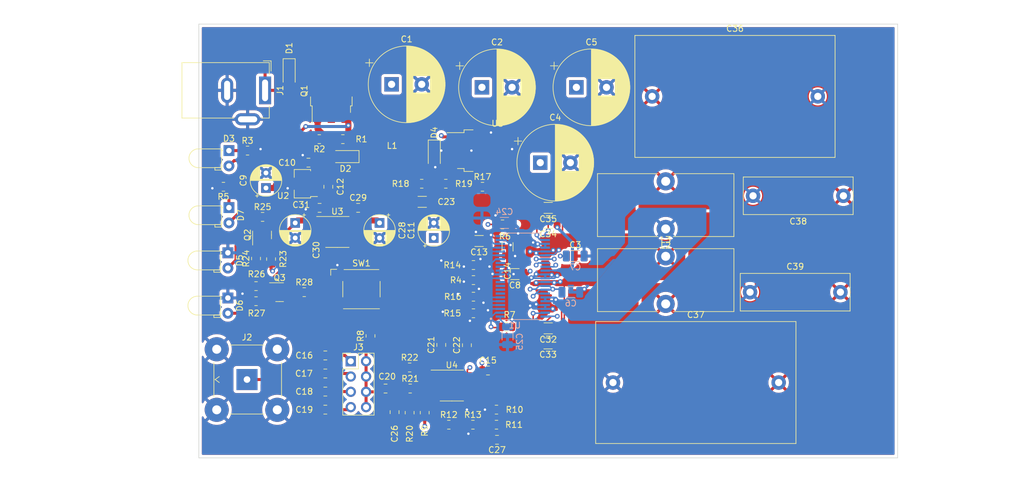
<source format=kicad_pcb>
(kicad_pcb (version 20211014) (generator pcbnew)
  (layers (0 "F.Cu" signal) (1 "In1.Cu" signal) (2 "In2.Cu" signal) (31 "B.Cu" signal) (34 "B.Paste" user) (35 "F.Paste" user) (36 "B.SilkS" user "B.Silkscreen") (37 "F.SilkS" user "F.Silkscreen") (38 "B.Mask" user) (39 "F.Mask" user) (44 "Edge.Cuts" user))
  (net 0 "")
  (net 1 "GND")
  (net 2 "+48V")
  (net 3 "Net-(D2-Pad2)")
  (net 4 "Net-(D3-Pad1)")
  (net 6 "Net-(D4-Pad1)")
  (net 7 "+12V")
  (net 8 "Net-(D7-Pad1)")
  (net 9 "Input")
  (net 10 "Net-(C16-Pad2)")
  (net 11 "Net-(C17-Pad2)")
  (net 12 "Net-(C18-Pad2)")
  (net 13 "Net-(C19-Pad2)")
  (net 14 "Net-(C20-Pad1)")
  (net 15 "Net-(C20-Pad2)")
  (net 16 "Net-(C21-Pad1)")
  (net 17 "FiltInA")
  (net 18 "Net-(C22-Pad1)")
  (net 19 "FiltInB")
  (net 20 "Net-(R10-Pad2)")
  (net 21 "Net-(R12-Pad2)")
  (net 22 "+15V")
  (net 23 "Net-(C23-Pad2)")
  (net 24 "Net-(U1-Pad16)")
  (net 25 "Net-(U1-Pad17)")
  (net 26 "Net-(U1-Pad3)")
  (net 27 "DVDD")
  (net 28 "Net-(U1-Pad4)")
  (net 29 "Net-(R17-Pad1)")
  (net 30 "OC_ADJ")
  (net 31 "Freq_Adj")
  (net 32 "OSC_IOM")
  (net 33 "OSC_IOP")
  (net 34 "C_START")
  (net 35 "RST_")
  (net 36 "Fault")
  (net 37 "CLIP_OTW")
  (net 38 "BST_D")
  (net 39 "BST_C")
  (net 40 "BST_B")
  (net 41 "BST_A")
  (net 42 "VBG")
  (net 43 "GVDD_CD")
  (net 44 "GVDD_AB")
  (net 45 "Net-(U4-Pad3)")
  (net 46 "Net-(U4-Pad2)")
  (net 47 "Net-(D5-Pad2)")
  (net 48 "Net-(Q2-Pad1)")
  (net 49 "+3V3")
  (net 52 "Net-(D6-Pad2)")
  (net 53 "Net-(Q3-Pad1)")
  (net 54 "OUTB")
  (net 55 "OUTC")
  (net 56 "Power_IN")
  (net 57 "Load1")
  (net 58 "Load2")
  (footprint "Package_SO:SOIC-8_3.9x4.9mm_P1.27mm" (layer "F.Cu") (at 95 78.5)
    (fp_text reference "U3")
    (fp_text value "L78L33_SO8")
  )
  (footprint "Capacitor_SMD:C_1206_3216Metric" (layer "F.Cu") (at 134.5 82.5)
    (fp_text reference "C3")
    (fp_text value "C")
  )
  (footprint "Resistor_SMD:R_0805_2012Metric" (layer "F.Cu") (at 100.5 95.76 90)
    (fp_text reference "R8")
    (fp_text value "10k")
  )
  (footprint "Resistor_SMD:R_0805_2012Metric" (layer "F.Cu") (at 80.0875 65)
    (fp_text reference "R3")
    (fp_text value "10k")
  )
  (footprint "Capacitor_SMD:C_0805_2012Metric" (layer "F.Cu") (at 93 105)
    (fp_text reference "C18")
    (fp_text value "1n")
  )
  (footprint "Capacitor_SMD:C_0805_2012Metric" (layer "F.Cu") (at 116.5 97.3 90)
    (fp_text reference "C22")
    (fp_text value "1u")
  )
  (footprint "Capacitor_THT:CP_Radial_D5.0mm_P2.50mm" (layer "F.Cu") (at 83.15 71.205113 90)
    (fp_text reference "C9")
    (fp_text value "20u")
  )
  (footprint "Capacitor_SMD:C_1206_3216Metric" (layer "F.Cu") (at 123.25 80.975 -90)
    (fp_text reference "C14")
    (fp_text value "100n")
  )
  (footprint "Capacitor_SMD:C_0805_2012Metric" (layer "F.Cu") (at 103 104.5)
    (fp_text reference "C20")
    (fp_text value "100n")
  )
  (footprint "Resistor_SMD:R_0805_2012Metric" (layer "F.Cu") (at 113 70.5)
    (fp_text reference "R19")
    (fp_text value "2.7k")
  )
  (footprint "Resistor_SMD:R_0805_2012Metric" (layer "F.Cu") (at 107 108.5 -90)
    (fp_text reference "R20")
    (fp_text value "10k")
  )
  (footprint "Capacitor_THT:CP_Radial_D5.0mm_P2.50mm" (layer "F.Cu") (at 111 79.5 90)
    (fp_text reference "C11")
    (fp_text value "20u")
  )
  (footprint "Resistor_SMD:R_0805_2012Metric" (layer "F.Cu") (at 84 83 90)
    (fp_text reference "R23")
    (fp_text value "47k")
  )
  (footprint "Capacitor_THT:C_Rect_L33.0mm_W20.0mm_P27.50mm_MKS4" (layer "F.Cu") (at 140.75 103.5)
    (fp_text reference "C37")
    (fp_text value "220n")
  )
  (footprint "Button_Switch_SMD:SW_SPST_Omron_B3FS-105xP" (layer "F.Cu") (at 99 88)
    (fp_text reference "SW1")
    (fp_text value "SW_Push_Dual")
  )
  (footprint "Capacitor_SMD:C_1206_3216Metric" (layer "F.Cu") (at 129.975 97 180)
    (fp_text reference "C33")
    (fp_text value "33n")
  )
  (footprint "Capacitor_THT:C_Rect_L18.0mm_W6.0mm_P15.00mm_FKS3_FKP3" (layer "F.Cu") (at 163.5 88.5)
    (fp_text reference "C39")
    (fp_text value "4.7n")
  )
  (footprint "Resistor_SMD:R_0805_2012Metric" (layer "F.Cu") (at 89.5 88.5)
    (fp_text reference "R28")
    (fp_text value "4.7k")
  )
  (footprint "Resistor_SMD:R_0805_2012Metric" (layer "F.Cu") (at 117.5875 84)
    (fp_text reference "R14")
    (fp_text value "0")
  )
  (footprint "Capacitor_SMD:C_0805_2012Metric" (layer "F.Cu") (at 92.05 74.5 180)
    (fp_text reference "C31")
    (fp_text value "100n")
  )
  (footprint "Resistor_SMD:R_0805_2012Metric" (layer "F.Cu") (at 113.5 110.5)
    (fp_text reference "R12")
    (fp_text value "10k")
  )
  (footprint "Capacitor_SMD:C_1206_3216Metric" (layer "F.Cu") (at 130 94.5 180)
    (fp_text reference "C32")
    (fp_text value "33n")
  )
  (footprint "Capacitor_SMD:C_0805_2012Metric" (layer "F.Cu") (at 93.5 71 90)
    (fp_text reference "C12")
    (fp_text value "100n")
  )
  (footprint "Resistor_SMD:R_0805_2012Metric" (layer "F.Cu") (at 121.4125 110.5)
    (fp_text reference "R11")
    (fp_text value "10k")
  )
  (footprint "Capacitor_SMD:C_1206_3216Metric" (layer "F.Cu") (at 109.0875 73.5)
    (fp_text reference "C23")
    (fp_text value "33n")
  )
  (footprint "Resistor_SMD:R_0805_2012Metric" (layer "F.Cu") (at 107.0875 104.5)
    (fp_text reference "R21")
    (fp_text value "10k")
  )
  (footprint "Capacitor_SMD:C_0805_2012Metric" (layer "F.Cu") (at 98.45 74.5)
    (fp_text reference "C29")
    (fp_text value "100n")
  )
  (footprint "Connector_PinHeader_2.54mm:PinHeader_2x04_P2.54mm_Vertical" (layer "F.Cu") (at 97.225 99.96)
    (fp_text reference "J3")
    (fp_text value "Conn_02x04_Odd_Even")
  )
  (footprint "Capacitor_THT:C_Rect_L18.0mm_W6.0mm_P15.00mm_FKS3_FKP3" (layer "F.Cu") (at 179 72.5 180)
    (fp_text reference "C38")
    (fp_text value "4.7n")
  )
  (footprint "Resistor_SMD:R_0805_2012Metric" (layer "F.Cu") (at 109.5 108.5 90)
    (fp_text reference "R9")
    (fp_text value "10k")
  )
  (footprint "Resistor_SMD:R_0805_2012Metric" (layer "F.Cu") (at 81.5 82.9125 90)
    (fp_text reference "R24")
    (fp_text value "1k")
  )
  (footprint "Connector_Coaxial:BNC_TEConnectivity_1478035_Horizontal" (layer "F.Cu") (at 80 103 90)
    (fp_text reference "J2")
    (fp_text value "Conn_Coaxial")
  )
  (footprint "Resistor_SMD:R_0805_2012Metric" (layer "F.Cu") (at 76.0875 71 180)
    (fp_text reference "R5")
    (fp_text value "1k")
  )
  (footprint "Resistor_SMD:R_0805_2012Metric" (layer "F.Cu") (at 122.4125 77.25)
    (fp_text reference "R6")
    (fp_text value "3.3")
  )
  (footprint "Capacitor_THT:C_Rect_L33.0mm_W20.0mm_P27.50mm_MKS4" (layer "F.Cu") (at 147.25 56)
    (fp_text reference "C36")
    (fp_text value "220n")
  )
  (footprint "Capacitor_SMD:C_0805_2012Metric" (layer "F.Cu") (at 120 101.5)
    (fp_text reference "C15")
    (fp_text value "100n")
  )
  (footprint "Capacitor_SMD:C_1206_3216Metric" (layer "F.Cu") (at 118.525 80 180)
    (fp_text reference "C13")
    (fp_text value "1u")
  )
  (footprint "Inductor_THT:L_Toroid_Vertical_L22.4mm_W10.2mm_P7.90mm_Vishay_TJ4" (layer "F.Cu") (at 149.5 82.55)
    (fp_text reference "L3")
    (fp_text value "10u")
  )
  (footprint "Capacitor_SMD:C_0805_2012Metric" (layer "F.Cu") (at 112.25 97.25 90)
    (fp_text reference "C21")
    (fp_text value "1u")
  )
  (footprint "Resistor_SMD:R_0805_2012Metric" (layer "F.Cu") (at 123.0875 94.25)
    (fp_text reference "R7")
    (fp_text value "3.3")
  )
  (footprint "Capacitor_THT:CP_Radial_D5.0mm_P2.50mm" (layer "F.Cu") (at 88 77 -90)
    (fp_text reference "C30")
    (fp_text value "20u")
  )
  (footprint "Capacitor_SMD:C_0805_2012Metric" (layer "F.Cu") (at 90.2 67 180)
    (fp_text reference "C10")
    (fp_text value "100n")
  )
  (footprint "Capacitor_THT:CP_Radial_D5.0mm_P2.50mm" (layer "F.Cu") (at 102 77 -90)
    (fp_text reference "C28")
    (fp_text value "20u")
  )
  (footprint "Capacitor_SMD:C_1206_3216Metric" (layer "F.Cu") (at 130 77 180)
    (fp_text reference "C34")
    (fp_text value "33n")
  )
  (footprint "Resistor_SMD:R_0805_2012Metric" (layer "F.Cu") (at 82.5875 76)
    (fp_text reference "R25")
    (fp_text value "4.7k")
  )
  (footprint "Diode_SMD:D_SOD-123" (layer "F.Cu") (at 87 52 -90)
    (fp_text reference "D1")
    (fp_text value "D_TVS")
  )
  (footprint "Capacitor_SMD:C_1206_3216Metric" (layer "F.Cu") (at 130 74.5 180)
    (fp_text reference "C35")
    (fp_text value "33n")
  )
  (footprint "Connector_BarrelJack:BarrelJack_GCT_DCJ200-10-A_Horizontal" (layer "F.Cu") (at 83 55 -90)
    (fp_text reference "J1")
    (fp_text value "Barrel_Jack_Switch")
  )
  (footprint "Resistor_SMD:R_0805_2012Metric" (layer "F.Cu") (at 107 101)
    (fp_text reference "R22")
    (fp_text value "10k")
  )
  (footprint "Capacitor_THT:CP_Radial_D12.5mm_P5.00mm" (layer "F.Cu") (at 128.676041 67)
    (fp_text reference "C4")
    (fp_text value "C_Polarized")
  )
  (footprint "Resistor_SMD:R_0805_2012Metric" (layer "F.Cu") (at 117.5875 92)
    (fp_text reference "R15")
    (fp_text value "0")
  )
  (footprint "Package_TO_SOT_SMD:SOT-23" (layer "F.Cu") (at 85.4125 88.5)
    (fp_text reference "Q3")
    (fp_text value "DMN10H220L")
  )
  (footprint "Resistor_SMD:R_0805_2012Metric" (layer "F.Cu") (at 119.0875 71)
    (fp_text reference "R17")
    (fp_text value "0")
  )
  (footprint "Package_SO:SO-8_3.9x4.9mm_P1.27mm" (layer "F.Cu") (at 114 104)
    (fp_text reference "U4")
    (fp_text value "NE5532")
  )
  (footprint "Resistor_SMD:R_0805_2012Metric" (layer "F.Cu") (at 117.5875 89.25)
    (fp_text reference "R16")
    (fp_text value "0")
  )
  (footprint "Diode_SMD:D_SOD-123" (layer "F.Cu") (at 111.0875 65.5 -90)
    (fp_text reference "D4")
    (fp_text value "D_Schottky")
  )
  (footprint "Capacitor_THT:CP_Radial_D12.5mm_P5.00mm" (layer "F.Cu") (at 134.676041 54.5)
    (fp_text reference "C5")
    (fp_text value "C_Polarized")
  )
  (footprint "Inductor_THT:L_Toroid_Vertical_L22.4mm_W10.2mm_P7.90mm_Vishay_TJ4" (layer "F.Cu") (at 149.5 78 180)
    (fp_text reference "L2")
    (fp_text value "10u")
  )
  (footprint "Capacitor_SMD:C_0805_2012Metric" (layer "F.Cu") (at 93 99)
    (fp_text reference "C16")
    (fp_text value "100n")
  )
  (footprint "LED_THT:LED_D3.0mm_Horizontal_O1.27mm_Z2.0mm" (layer "F.Cu") (at 77 65 -90)
    (fp_text reference "D3")
    (fp_text value "LED")
  )
  (footprint "Capacitor_SMD:C_0805_2012Metric" (layer "F.Cu") (at 121.5 113 180)
    (fp_text reference "C27")
    (fp_text value "100n")
  )
  (footprint "Eli_Lib:MWPY8040" (layer "F.Cu") (at 104.0875 65.2)
    (fp_text reference "L1")
    (fp_text value "100u")
  )
  (footprint "Resistor_SMD:R_0805_2012Metric" (layer "F.Cu") (at 92 63.1 180)
    (fp_text reference "R2")
    (fp_text value "10k")
  )
  (footprint "Capacitor_SMD:C_0805_2012Metric" (layer "F.Cu") (at 104.5 108.4125 90)
    (fp_text reference "C26")
    (fp_text value "100n")
  )
  (footprint "Resistor_SMD:R_0805_2012Metric" (layer "F.Cu") (at 117.5875 86.5)
    (fp_text reference "R4")
    (fp_text value "0")
  )
  (footprint "Resistor_SMD:R_0805_2012Metric" (layer "F.Cu") (at 121.4125 108)
    (fp_text reference "R10")
    (fp_text value "10k")
  )
  (footprint "LED_THT:LED_D3.0mm_Horizontal_O1.27mm_Z2.0mm" (layer "F.Cu") (at 76.825 89.46 -90)
    (fp_text reference "D6")
    (fp_text value "LED")
  )
  (footprint "Resistor_SMD:R_0805_2012Metric" (layer "F.Cu") (at 95.9125 63.1 180)
    (fp_text reference "R1")
    (fp_text value "10k")
  )
  (footprint "Package_TO_SOT_SMD:TO-252-5_TabPin6" (layer "F.Cu") (at 118.5 65)
    (fp_text reference "U5")
    (fp_text value "XL7015")
  )
  (footprint "Package_TO_SOT_SMD:TO-252-3_TabPin4" (layer "F.Cu") (at 94 55.1 90)
    (fp_text reference "Q1")
    (fp_text value "DMP4015SK3")
  )
  (footprint "Resistor_SMD:R_0805_2012Metric" (layer "F.Cu") (at 109 70.5)
    (fp_text reference "R18")
    (fp_text value "30k")
  )
  (footprint "Capacitor_SMD:C_0805_2012Metric" (layer "F.Cu") (at 93 108)
    (fp_text reference "C19")
    (fp_text value "100p")
  )
  (footprint "Resistor_SMD:R_0805_2012Metric" (layer "F.Cu") (at 81.5 87.5)
    (fp_text reference "R26")
    (fp_text value "47k")
  )
  (footprint "LED_THT:LED_D3.0mm_Horizontal_O1.27mm_Z2.0mm" (layer "F.Cu") (at 77 74.46 -90)
    (fp_text reference "D7")
    (fp_text value "LED")
  )
  (footprint "Package_TO_SOT_SMD:SOT-89-3" (layer "F.Cu") (at 89.5 70.5 180)
    (fp_text reference "U2")
    (fp_text value "L78L12_SOT89")
  )
  (footprint "Diode_SMD:D_SOD-123" (layer "F.Cu") (at 96.35 66 180)
    (fp_text reference "D2")
    (fp_text value "6.3V")
  )
  (footprint "Resistor_SMD:R_0805_2012Metric" (layer "F.Cu") (at 81.5 90)
    (fp_text reference "R27")
    (fp_text value "1k")
  )
  (footprint "Capacitor_THT:CP_Radial_D12.5mm_P5.00mm" (layer "F.Cu") (at 119 54.5)
    (fp_text reference "C2")
    (fp_text value "C_Polarized")
  )
  (footprint "Resistor_SMD:R_0805_2012Metric" (layer "F.Cu") (at 117.5 110.5)
    (fp_text reference "R13")
    (fp_text value "10k")
  )
  (footprint "Package_TO_SOT_SMD:SOT-23" (layer "F.Cu") (at 82.5 79 90)
    (fp_text reference "Q2")
    (fp_text value "DMN10H220L")
  )
  (footprint "LED_THT:LED_D3.0mm_Horizontal_O1.27mm_Z2.0mm" (layer "F.Cu") (at 76.825 81.96 -90)
    (fp_text reference "D5")
    (fp_text value "LED")
  )
  (footprint "Capacitor_SMD:C_1206_3216Metric" (layer "F.Cu") (at 124.475 85.5 180)
    (fp_text reference "C8")
    (fp_text value "C")
  )
  (footprint "Capacitor_SMD:C_0805_2012Metric" (layer "F.Cu") (at 93 102)
    (fp_text reference "C17")
    (fp_text value "10n")
  )
  (footprint "Capacitor_THT:CP_Radial_D12.5mm_P5.00mm" (layer "F.Cu") (at 104 54)
    (fp_text reference "C1")
    (fp_text value "C_Polarized")
  )
  (footprint "Capacitor_SMD:C_1206_3216Metric" (layer "B.Cu") (at 123.25 95.725 -90)
    (fp_text reference "C25")
    (fp_text value "100n")
  )
  (footprint "Capacitor_SMD:C_1206_3216Metric" (layer "B.Cu") (at 133.75 88.5)
    (fp_text reference "C6")
    (fp_text value "C")
  )
  (footprint "Capacitor_SMD:C_1206_3216Metric" (layer "B.Cu") (at 122.725 77 180)
    (fp_text reference "C24")
    (fp_text value "100n")
  )
  (footprint "Capacitor_SMD:C_1206_3216Metric" (layer "B.Cu") (at 134.475 82.5)
    (fp_text reference "C7")
    (fp_text value "C")
  )
  (footprint "Eli_Lib:SOP63P810X120-44N" (layer "B.Cu") (at 125.78 85.8725)
    (fp_text reference "U1")
    (fp_text value "TPA3255DDV")
  )
  (gr_line (start 72 44) (end 72 116) (layer "Edge.Cuts") (width 0.1))
  (gr_line (start 72 116) (end 188 116) (layer "Edge.Cuts") (width 0.1))
  (gr_line (start 188 116) (end 188 44) (layer "Edge.Cuts") (width 0.1))
  (gr_line (start 188 44) (end 72 44) (layer "Edge.Cuts") (width 0.1))
  (segment (start 87.5 70.5) (end 86.75 71.25) (width 0.5) (layer "F.Cu") (net 1))
  (segment (start 89.25 67) (end 89.25 65.75) (width 1) (layer "F.Cu") (net 1))
  (segment (start 117.05 79.45) (end 118 78.5) (width 0.25) (layer "F.Cu") (net 1))
  (segment (start 75.175 71) (end 74.5 71) (width 1) (layer "F.Cu") (net 1))
  (segment (start 116.675 92.925) (end 117 93.25) (width 0.25) (layer "F.Cu") (net 1))
  (segment (start 120.6 65) (end 123.75 65) (width 0.5) (layer "F.Cu") (net 1))
  (segment (start 111.0875 67.5875) (end 111.25 67.75) (width 0.5) (layer "F.Cu") (net 1))
  (segment (start 120.6 65) (end 117.25 65) (width 0.5) (layer "F.Cu") (net 1))
  (segment (start 123 85.5) (end 124.25 85.5) (width 0.25) (layer "F.Cu") (net 1))
  (segment (start 120.6 65) (end 120.6 62.1) (width 0.5) (layer "F.Cu") (net 1))
  (segment (start 120.6 62.1) (end 120.5 62) (width 0.5) (layer "F.Cu") (net 1))
  (segment (start 116.675 84) (end 116.25 84) (width 0.25) (layer "F.Cu") (net 1))
  (segment (start 90 74.5) (end 89.75 74.75) (width 0.5) (layer "F.Cu") (net 1))
  (segment (start 116.675 86.5) (end 116.25 86.5) (width 0.25) (layer "F.Cu") (net 1))
  (segment (start 91.1 74.5) (end 90 74.5) (width 0.5) (layer "F.Cu") (net 1))
  (segment (start 116.25 84) (end 116 84.25) (width 0.25) (layer "F.Cu") (net 1))
  (segment (start 74.5 71) (end 74.25 71.25) (width 1) (layer "F.Cu") (net 1))
  (segment (start 116.25 86.5) (end 116 86.75) (width 0.25) (layer "F.Cu") (net 1))
  (segment (start 82 65) (end 82.25 64.75) (width 1) (layer "F.Cu") (net 1))
  (segment (start 111.0875 67.15) (end 111.0875 67.5875) (width 0.5) (layer "F.Cu") (net 1))
  (segment (start 123.75 65) (end 124 64.75) (width 0.5) (layer "F.Cu") (net 1))
  (segment (start 124.45 82.45) (end 124.5 82.5) (width 0.25) (layer "F.Cu") (net 1))
  (segment (start 123.25 82.45) (end 124.45 82.45) (width 0.25) (layer "F.Cu") (net 1))
  (segment (start 114.3 65) (end 112.25 65) (width 0.5) (layer "F.Cu") (net 1))
  (segment (start 116.675 92) (end 116.675 92.925) (width 0.25) (layer "F.Cu") (net 1))
  (segment (start 117.05 80) (end 117.05 79.45) (width 0.25) (layer "F.Cu") (net 1))
  (segment (start 91.0625 70.5) (end 87.5 70.5) (width 0.5) (layer "F.Cu") (net 1))
  (segment (start 81 65) (end 82 65) (width 1) (layer "F.Cu") (net 1))
  (via (at 124.25 85.5) (size 0.8) (drill 0.4) (layers "F.Cu" "B.Cu") (net 1))
  (via (at 117 93.25) (size 0.8) (drill 0.4) (layers "F.Cu" "B.Cu") (net 1))
  (via (at 111.25 67.75) (size 0.8) (drill 0.4) (layers "F.Cu" "B.Cu") (net 1))
  (via (at 82.25 64.75) (size 0.8) (drill 0.4) (layers "F.Cu" "B.Cu") (net 1))
  (via (at 127.5 80.25) (size 0.8) (drill 0.4) (layers "F.Cu" "B.Cu") (net 1))
  (via (at 89.25 65.75) (size 0.8) (drill 0.4) (layers "F.Cu" "B.Cu") (net 1))
  (via (at 128 85.5) (size 0.8) (drill 0.4) (layers "F.Cu" "B.Cu") (net 1))
  (via (at 130.573145 85.627847) (size 0.8) (drill 0.4) (layers "F.Cu" "B.Cu") (net 1))
  (via (at 74.25 71.25) (size 0.8) (drill 0.4) (layers "F.Cu" "B.Cu") (net 1))
  (via (at 124.5 82.5) (size 0.8) (drill 0.4) (layers "F.Cu" "B.Cu") (net 1))
  (via (at 127.199831 86.1005) (size 0.8) (drill 0.4) (layers "F.Cu" "B.Cu") (net 1))
  (via (at 120.5 62) (size 0.8) (drill 0.4) (layers "F.Cu" "B.Cu") (net 1))
  (via (at 128 90.5) (size 0.8) (drill 0.4) (layers "F.Cu" "B.Cu") (net 1))
  (via (at 128.25 80.5) (size 0.8) (drill 0.4) (layers "F.Cu" "B.Cu") (net 1))
  (via (at 121.25 75.75) (size 0.8) (drill 0.4) (layers "F.Cu" "B.Cu") (net 1))
  (via (at 118 78.5) (size 0.8) (drill 0.4) (layers "F.Cu" "B.Cu") (net 1))
  (via (at 86.75 71.25) (size 0.8) (drill 0.4) (layers "F.Cu" "B.Cu") (net 1))
  (via (at 116 84.25) (size 0.8) (drill 0.4) (layers "F.Cu" "B.Cu") (net 1))
  (via (at 123.5 84.5) (size 0.8) (drill 0.4) (layers "F.Cu" "B.Cu") (net 1))
  (via (at 117.25 65) (size 0.8) (drill 0.4) (layers "F.Cu" "B.Cu") (net 1))
  (via (at 124 64.75) (size 0.8) (drill 0.4) (layers "F.Cu" "B.Cu") (net 1))
  (via (at 127 90.75) (size 0.8) (drill 0.4) (layers "F.Cu" "B.Cu") (net 1))
  (via (at 112.25 65) (size 0.8) (drill 0.4) (layers "F.Cu" "B.Cu") (net 1))
  (via (at 131.5 85.75) (size 0.8) (drill 0.4) (layers "F.Cu" "B.Cu") (net 1))
  (via (at 120.75 85.4655) (size 0.8) (drill 0.4) (layers "F.Cu" "B.Cu") (net 1))
  (via (at 89.75 74.75) (size 0.8) (drill 0.4) (layers "F.Cu" "B.Cu") (net 1))
  (via (at 136 88) (size 0.8) (drill 0.4) (layers "F.Cu" "B.Cu") (net 1))
  (via (at 130.75 91.25) (size 0.8) (drill 0.4) (layers "F.Cu" "B.Cu") (net 1))
  (via (at 116 86.75) (size 0.8) (drill 0.4) (layers "F.Cu" "B.Cu") (net 1))
  (segment (start 128.86 81.11) (end 129.5 81.11) (width 0.25) (layer "B.Cu") (net 1))
  (segment (start 127.725 80.475) (end 127.5 80.25) (width 0.25) (layer "B.Cu") (net 1))
  (segment (start 129.5 91.27) (end 130.73 91.27) (width 0.25) (layer "B.Cu") (net 1))
  (segment (start 131.5 85.75) (end 131.06 86.19) (width 0.25) (layer "B.Cu") (net 1))
  (segment (start 122.06 84.92) (end 123.08 84.92) (width 0.25) (layer "B.Cu") (net 1))
  (segment (start 129.5 86.19) (end 127.289331 86.19) (width 0.25) (layer "B.Cu") (net 1))
  (segment (start 130.73 91.27) (end 130.75 91.25) (width 0.25) (layer "B.Cu") (net 1))
  (segment (start 120.8395 85.555) (end 120.75 85.4655) (width 0.25) (layer "B.Cu") (net 1))
  (segment (start 127.289331 86.19) (end 127.199831 86.1005) (width 0.25) (layer "B.Cu") (net 1))
  (segment (start 129.5 90.635) (end 128.135 90.635) (width 0.25) (layer "B.Cu") (net 1))
  (segment (start 128.25 80.5) (end 128.86 81.11) (width 0.25) (layer "B.Cu") (net 1))
  (segment (start 129.5 85.555) (end 130.500298 85.555) (width 0.25) (layer "B.Cu") (net 1))
  (segment (start 135.725 88) (end 136 88) (width 0.25) (layer "B.Cu") (net 1))
  (segment (start 131.06 86.19) (end 129.5 86.19) (width 0.25) (layer "B.Cu") (net 1))
  (segment (start 128.69 86.19) (end 129.5 86.19) (width 0.25) (layer "B.Cu") (net 1))
  (segment (start 122.06 85.555) (end 120.8395 85.555) (width 0.25) (layer "B.Cu") (net 1))
  (segment (start 130.500298 85.555) (end 130.573145 85.627847) (width 0.25) (layer "B.Cu") (net 1))
  (segment (start 128.055 85.555) (end 129.5 85.555) (width 0.25) (layer "B.Cu") (net 1))
  (segment (start 128 85.5) (end 128.055 85.555) (width 0.25) (layer "B.Cu") (net 1))
  (segment (start 135.225 88.5) (end 135.725 88) (width 0.25) (layer "B.Cu") (net 1))
  (segment (start 121.25 77) (end 121.25 75.75) (width 0.25) (layer "B.Cu") (net 1))
  (segment (start 129.5 80.475) (end 127.725 80.475) (width 0.25) (layer "B.Cu") (net 1))
  (segment (start 129.5 91.27) (end 127.52 91.27) (width 0.25) (layer "B.Cu") (net 1))
  (segment (start 123.08 84.92) (end 123.5 84.5) (width 0.25) (layer "B.Cu") (net 1))
  (segment (start 128.135 90.635) (end 128 90.5) (width 0.25) (layer "B.Cu") (net 1))
  (segment (start 127.52 91.27) (end 127 90.75) (width 0.25) (layer "B.Cu") (net 1))
  (segment (start 125.95 85.5) (end 125.95 85.05) (width 0.5) (layer "F.Cu") (net 2))
  (segment (start 127 85) (end 126.5 85.5) (width 0.5) (layer "F.Cu") (net 2))
  (segment (start 77 67.54) (end 77.9 66.64) (width 0.5) (layer "F.Cu") (net 2))
  (segment (start 112.47 62.72) (end 112.25 62.5) (width 0.5) (layer "F.Cu") (net 2))
  (segment (start 133.025 82.5) (end 132 82.5) (width 0.25) (layer "F.Cu") (net 2))
  (segment (start 96.825 63.1) (end 96.825 60.825) (width 1) (layer "F.Cu") (net 2))
  (segment (start 96.825 59.845) (end 96.28 59.3) (width 1) (layer "F.Cu") (net 2))
  (segment (start 98 64.275) (end 96.825 63.1) (width 0.5) (layer "F.Cu") (net 2))
  (segment (start 98 66) (end 98 64.275) (width 0.5) (layer "F.Cu") (net 2))
  (segment (start 126.5 85.5) (end 125.95 85.5) (width 0.5) (layer "F.Cu") (net 2))
  (segment (start 114.3 62.72) (end 112.47 62.72) (width 0.5) (layer "F.Cu") (net 2))
  (segment (start 84.11 66.64) (end 89.75 61) (width 0.5) (layer "F.Cu") (net 2))
  (segment (start 96.825 60.825) (end 96.825 59.845) (width 1) (layer "F.Cu") (net 2))
  (segment (start 77.9 66.64) (end 84.11 66.64) (width 0.5) (layer "F.Cu") (net 2))
  (via (at 89.75 61) (size 0.8) (drill 0.4) (layers "F.Cu" "B.Cu") (net 2))
  (via (at 96.825 60.825) (size 0.8) (drill 0.4) (layers "F.Cu" "B.Cu") (net 2))
  (via (at 128 83) (size 0.8) (drill 0.4) (layers "F.Cu" "B.Cu") (net 2))
  (via (at 112.25 62.5) (size 0.8) (drill 0.4) (layers "F.Cu" "B.Cu") (net 2))
  (via (at 131 83) (size 0.8) (drill 0.4) (layers "F.Cu" "B.Cu") (net 2))
  (via (at 128 84) (size 0.8) (drill 0.4) (layers "F.Cu" "B.Cu") (net 2))
  (via (at 127 85) (size 0.8) (drill 0.4) (layers "F.Cu" "B.Cu") (net 2))
  (via (at 131.25 84) (size 0.8) (drill 0.4) (layers "F.Cu" "B.Cu") (net 2))
  (via (at 127 88) (size 0.8) (drill 0.4) (layers "F.Cu" "B.Cu") (net 2))
  (via (at 132 82.5) (size 0.8) (drill 0.4) (layers "F.Cu" "B.Cu") (net 2))
  (via (at 127.5 89.1745) (size 0.8) (drill 0.4) (layers "F.Cu" "B.Cu") (net 2))
  (via (at 130.75 88) (size 0.8) (drill 0.4) (layers "F.Cu" "B.Cu") (net 2))
  (segment (start 129.5 88.095) (end 130.655 88.095) (width 0.25) (layer "B.Cu") (net 2))
  (segment (start 128.479114 87.46) (end 127.939114 88) (width 0.25) (layer "B.Cu") (net 2))
  (segment (start 128.015 83.015) (end 128 83) (width 0.25) (layer "B.Cu") (net 2))
  (segment (start 131.25 84) (end 130.965 84.285) (width 0.25) (layer "B.Cu") (net 2))
  (segment (start 129.5 87.46) (end 128.479114 87.46) (width 0.25) (layer "B.Cu") (net 2))
  (segment (start 129.5 83.015) (end 128.015 83.015) (width 0.25) (layer "B.Cu") (net 2))
  (segment (start 130.655 88.095) (end 130.75 88) (width 0.25) (layer "B.Cu") (net 2))
  (segment (start 133 82.5) (end 132 82.5) (width 0.25) (layer "B.Cu") (net 2))
  (segment (start 128.23 88.73) (end 128.08725 88.58725) (width 0.25) (layer "B.Cu") (net 2))
  (segment (start 96.65 61) (end 96.825 60.825) (width 0.5) (layer "B.Cu") (net 2))
  (segment (start 129.5 83.015) (end 130.985 83.015) (width 0.25) (layer "B.Cu") (net 2))
  (segment (start 128.35 83.65) (end 128 84) (width 0.25) (layer "B.Cu") (net 2))
  (segment (start 128.5795 88.095) (end 128.08725 88.58725) (width 0.25) (layer "B.Cu") (net 2))
  (segment (start 89.75 61) (end 96.65 61) (width 0.5) (layer "B.Cu") (net 2))
  (segment (start 129.5 83.65) (end 128.35 83.65) (width 0.25) (layer "B.Cu") (net 2))
  (segment (start 130.21 87.46) (end 130.75 88) (width 0.25) (layer "B.Cu") (net 2))
  (segment (start 129.5 88.095) (end 128.5795 88.095) (width 0.25) (layer "B.Cu") (net 2))
  (segment (start 127.939114 88) (end 127 88) (width 0.25) (layer "B.Cu") (net 2))
  (segment (start 129.5 88.73) (end 128.23 88.73) (width 0.25) (layer "B.Cu") (net 2))
  (segment (start 129.5 87.46) (end 130.21 87.46) (width 0.25) (layer "B.Cu") (net 2))
  (segment (start 131.775 88) (end 132.275 88.5) (width 0.25) (layer "B.Cu") (net 2))
  (segment (start 130.985 83.015) (end 131 83) (width 0.25) (layer "B.Cu") (net 2))
  (segment (start 130.75 88) (end 131.775 88) (width 0.25) (layer "B.Cu") (net 2))
  (segment (start 130.965 84.285) (end 129.5 84.285) (width 0.25) (layer "B.Cu") (net 2))
  (segment (start 128.08725 88.58725) (end 127.5 89.1745) (width 0.25) (layer "B.Cu") (net 2))
  (segment (start 92.9125 62.5925) (end 92.9125 63.1) (width 1) (layer "F.Cu") (net 3))
  (segment (start 95 63.1) (end 92.9125 63.1) (width 1) (layer "F.Cu") (net 3))
  (segment (start 91.72 61.4) (end 92.9125 62.5925) (width 1) (layer "F.Cu") (net 3))
  (segment (start 91.72 59.3) (end 91.72 61.4) (width 1) (layer "F.Cu") (net 3))
  (segment (start 95 65.7) (end 94.7 66) (width 1) (layer "F.Cu") (net 3))
  (segment (start 95 63.1) (end 95 65.7) (width 1) (layer "F.Cu") (net 3))
  (segment (start 77 65) (end 79.175 65) (width 0.5) (layer "F.Cu") (net 4))
  (segment (start 111.0875 63.85) (end 104.5375 63.85) (width 0.5) (layer "F.Cu") (net 6))
  (segment (start 111.0975 63.86) (end 111.0875 63.85) (width 0.5) (layer "F.Cu") (net 6))
  (segment (start 104.5375 63.85) (end 104.0875 63.4) (width 0.5) (layer "F.Cu") (net 6))
  (segment (start 114.3 63.86) (end 111.0975 63.86) (width 0.5) (layer "F.Cu") (net 6))
  (segment (start 97.475 76.595) (end 101.595 76.595) (width 1) (layer "F.Cu") (net 7))
  (segment (start 116.575 102.095) (end 116.575 101.425) (width 0.25) (layer "F.Cu") (net 7))
  (segment (start 83.5 76) (end 86 73.5) (width 1) (layer "F.Cu") (net 7))
  (segment (start 90.4125 88.5) (end 90.4125 84.693902) (width 1) (layer "F.Cu") (net 7))
  (segment (start 120.5 108) (end 119.5 108) (width 0.5) (layer "F.Cu") (net 7))
  (segment (start 93.45 72) (end 93.5 71.95) (width 1) (layer "F.Cu") (net 7))
  (segment (start 119.05 100.3) (end 119 100.25) (width 0.25) (layer "F.Cu") (net 7))
  (segment (start 97.475 76.595) (end 97.475 74.525) (width 1) (layer "F.Cu") (net 7))
  (segment (start 93.5 71.95) (end 94.95 71.95) (width 1) (layer "F.Cu") (net 7))
  (segment (start 77 77) (end 80.5 73.5) (width 0.5) (layer "F.Cu") (net 7))
  (segment (start 91.5 72) (end 92 72) (width 1) (layer "F.Cu") (net 7))
  (segment (start 96.405 76.595) (end 97.475 76.595) (width 1) (layer "F.Cu") (net 7))
  (segment (start 101.595 76.595) (end 102 77) (width 1) (layer "F.Cu") (net 7))
  (segment (start 97.475 74.525) (end 97.5 74.5) (width 1) (layer "F.Cu") (net 7))
  (segment (start 116.575 101.425) (end 117 101) (width 0.25) (layer "F.Cu") (net 7))
  (segment (start 120.1225 77.3725) (end 120 77.25) (width 0.25) (layer "F.Cu") (net 7))
  (segment (start 121.955 94.3725) (end 120.6225 94.3725) (width 0.25) (layer "F.Cu") (net 7))
  (segment (start 92 72) (end 93.45 72) (width 1) (layer "F.Cu") (net 7))
  (segment (start 90 73.5) (end 91.5 72) (width 1) (layer "F.Cu") (net 7))
  (segment (start 90.4125 84.693902) (end 95.75 79.356402) (width 1) (layer "F.Cu") (net 7))
  (segment (start 109.5 109.4125) (end 109.5 110.75) (width 0.5) (layer "F.Cu") (net 7))
  (segment (start 95.75 79.356402) (end 95.75 77.25) (width 1) (layer "F.Cu") (net 7))
  (segment (start 86 73.5) (end 90 73.5) (width 1) (layer "F.Cu") (net 7))
  (segment (start 80.5 73.5) (end 86 73.5) (width 0.5) (layer "F.Cu") (net 7))
  (segment (start 119.05 101.5) (end 119.05 100.3) (width 0.25) (layer "F.Cu") (net 7))
  (segment (start 94.95 71.95) (end 97.5 74.5) (width 1) (layer "F.Cu") (net 7))
  (segment (start 95.75 77.25) (end 96.405 76.595) (width 1) (layer "F.Cu") (net 7))
  (segment (start 91.15 72) (end 92 72) (width 1) (layer "F.Cu") (net 7))
  (segment (start 121.5 77.25) (end 120 77.25) (width 0.25) (layer "F.Cu") (net 7))
  (segment (start 120.6225 94.3725) (end 120.5 94.25) (width 0.25) (layer "F.Cu") (net 7))
  (via (at 109.5 110.75) (size 0.8) (drill 0.4) (layers "F.Cu" "B.Cu") (net 7))
  (via (at 119.5 108) (size 0.8) (drill 0.4) (layers "F.Cu" "B.Cu") (net 7))
  (via (at 120.5 94.25) (size 0.8) (drill 0.4) (layers "F.Cu" "B.Cu") (net 7))
  (via (at 120 77.25) (size 0.8) (drill 0.4) (layers "F.Cu" "B.Cu") (net 7))
  (via (at 119 100.25) (size 0.8) (drill 0.4) (layers "F.Cu" "B.Cu") (net 7))
  (via (at 117 101) (size 0.8) (drill 0.4) (layers "F.Cu" "B.Cu") (net 7))
  (segment (start 120.5 92.67719) (end 120.5 94.25) (width 0.25) (layer "B.Cu") (net 7))
  (segment (start 121.27219 91.905) (end 120.5 92.67719) (width 0.25) (layer "B.Cu") (net 7))
  (segment (start 122.06 91.905) (end 121.27219 91.905) (width 0.25) (layer "B.Cu") (net 7))
  (segment (start 77 74.46) (end 77 71) (width 0.5) (layer "F.Cu") (net 8))
  (segment (start 92.05 108) (end 92.05 105) (width 0.5) (layer "F.Cu") (net 9))
  (segment (start 90.05 103) (end 92.05 105) (width 0.5) (layer "F.Cu") (net 9))
  (segment (start 92.05 102) (end 91.05 102) (width 0.5) (layer "F.Cu") (net 9))
  (segment (start 80 103) (end 90.05 103) (width 0.5) (layer "F.Cu") (net 9))
  (segment (start 92.05 102) (end 92.05 99) (width 0.5) (layer "F.Cu") (net 9))
  (segment (start 91.05 102) (end 90.05 103) (width 0.5) (layer "F.Cu") (net 9))
  (segment (start 93.95 99) (end 96.265 99) (width 0.5) (layer "F.Cu") (net 10))
  (segment (start 96.265 99) (end 97.225 99.96) (width 0.5) (layer "F.Cu") (net 10))
  (segment (start 96.725 102) (end 97.225 102.5) (width 0.5) (layer "F.Cu") (net 11))
  (segment (start 93.95 102) (end 96.725 102) (width 0.5) (layer "F.Cu") (net 11))
  (segment (start 93.95 105) (end 97.185 105) (width 0.5) (layer "F.Cu") (net 12))
  (segment (start 97.185 105) (end 97.225 105.04) (width 0.5) (layer "F.Cu") (net 12))
  (segment (start 93.95 108) (end 96.805 108) (width 0.5) (layer "F.Cu") (net 13))
  (segment (start 96.805 108) (end 97.225 107.58) (width 0.5) (layer "F.Cu") (net 13))
  (segment (start 99.765 105.04) (end 99.765 107.58) (width 0.5) (layer "F.Cu") (net 14))
  (segment (start 99.765 99.96) (end 99.765 102.5) (width 0.5) (layer "F.Cu") (net 14))
  (segment (start 99.765 102.5) (end 99.765 105.04) (width 0.5) (layer "F.Cu") (net 14))
  (segment (start 99.765 99.96) (end 99.765 97.4075) (width 0.5) (layer "F.Cu") (net 14))
  (segment (start 99.765 105.04) (end 101.51 105.04) (width 0.5) (layer "F.Cu") (net 14))
  (segment (start 101.51 105.04) (end 102.05 104.5) (width 0.5) (layer "F.Cu") (net 14))
  (segment (start 99.765 97.4075) (end 100.5 96.6725) (width 0.5) (layer "F.Cu") (net 14))
  (segment (start 103.95 104.5) (end 106.175 104.5) (width 0.5) (layer "F.Cu") (net 15))
  (segment (start 111.425 102.095) (end 109.0075 102.095) (width 0.5) (layer "F.Cu") (net 16))
  (segment (start 112.74952 102.966671) (end 112.74952 110.33798) (width 0.5) (layer "F.Cu") (net 16))
  (segment (start 111.425 102.095) (end 111.877849 102.095) (width 0.5) (layer "F.Cu") (net 16))
  (segment (start 111.877849 102.095) (end 112.74952 102.966671) (width 0.5) (layer "F.Cu") (net 16))
  (segment (start 111.425 102.095) (end 111.425 99.025) (width 0.5) (layer "F.Cu") (net 16))
  (segment (start 111.425 99.025) (end 112.25 98.2) (width 0.5) (layer "F.Cu") (net 16))
  (segment (start 109.0075 102.095) (end 107.9125 101) (width 0.5) (layer "F.Cu") (net 16))
  (segment (start 112.74952 110.33798) (end 112.5875 110.5) (width 0.5) (layer "F.Cu") (net 16))
  (segment (start 112.5 91.75) (end 112.5 96.05) (width 0.25) (layer "F.Cu") (net 17))
  (segment (start 112.5 96.05) (end 112.25 96.3) (width 0.25) (layer "F.Cu") (net 17))
  (via (at 112.5 91.75) (size 0.8) (drill 0.4) (layers "F.Cu" "B.Cu") (net 17))
  (segment (start 119.550103 89.525489) (end 114.724511 89.525489) (width 0.25) (layer "B.Cu") (net 17))
  (segment (start 114.724511 89.525489) (end 112.5 91.75) (width 0.25) (layer "B.Cu") (net 17))
  (segment (start 122.06 90) (end 120.024614 90) (width 0.25) (layer "B.Cu") (net 17))
  (segment (start 120.024614 90) (end 119.550103 89.525489) (width 0.25) (layer "B.Cu") (net 17))
  (segment (start 118.4125 104.749651) (end 117.027849 103.365) (width 0.5) (layer "F.Cu") (net 18))
  (segment (start 117.027849 103.365) (end 116.575 103.365) (width 0.5) (layer "F.Cu") (net 18))
  (segment (start 116.122151 103.365) (end 114.5 101.742849) (width 0.5) (layer "F.Cu") (net 18))
  (segment (start 118.4125 110.5) (end 118.4125 104.749651) (width 0.5) (layer "F.Cu") (net 18))
  (segment (start 114.5 101.742849) (end 114.5 100.25) (width 0.5) (layer "F.Cu") (net 18))
  (segment (start 114.5 100.25) (end 116.5 98.25) (width 0.5) (layer "F.Cu") (net 18))
  (segment (start 116.575 103.365) (end 116.122151 103.365) (width 0.5) (layer "F.Cu") (net 18))
  (segment (start 115 88.800989) (end 115 94.85) (width 0.25) (layer "F.Cu") (net 19))
  (segment (start 115 94.85) (end 116.5 96.35) (width 0.25) (layer "F.Cu") (net 19))
  (via (at 115 88.800989) (size 0.8) (drill 0.4) (layers "F.Cu" "B.Cu") (net 19))
  (segment (start 119.461321 88.800989) (end 115 88.800989) (width 0.25) (layer "B.Cu") (net 19))
  (segment (start 120.025332 89.365) (end 119.461321 88.800989) (width 0.25) (layer "B.Cu") (net 19))
  (segment (start 122.06 89.365) (end 120.025332 89.365) (width 0.25) (layer "B.Cu") (net 19))
  (segment (start 119.55 112) (end 120.55 113) (width 0.5) (layer "F.Cu") (net 20))
  (segment (start 116.575 105.905) (end 116.575 107.925) (width 0.5) (layer "F.Cu") (net 20))
  (segment (start 116.575 107.925) (end 116.5 108) (width 0.5) (layer "F.Cu") (net 20))
  (segment (start 122.325 108) (end 122.325 108.675) (width 0.5) (layer "F.Cu") (net 20))
  (segment (start 120.5 112.95) (end 120.55 113) (width 0.5) (layer "F.Cu") (net 20))
  (segment (start 122.325 108.675) (end 120.5 110.5) (width 0.5) (layer "F.Cu") (net 20))
  (segment (start 120.5 110.5) (end 120.5 112.95) (width 0.5) (layer "F.Cu") (net 20))
  (segment (start 116.75 112) (end 119.55 112) (width 0.5) (layer "F.Cu") (net 20))
  (via (at 116.5 108) (size 0.8) (drill 0.4) (layers "F.Cu" "B.Cu") (net 20))
  (via (at 116.75 112) (size 0.8) (drill 0.4) (layers "F.Cu" "B.Cu") (net 20))
  (segment (start 116.5 111.75) (end 116.75 112) (width 0.5) (layer "B.Cu") (net 20))
  (segment (start 116.5 108) (end 116.5 111.75) (width 0.5) (layer "B.Cu") (net 20))
  (segment (start 114.4125 106.344651) (end 114.4125 110.5) (width 0.5) (layer "F.Cu") (net 21))
  (segment (start 114.4125 110.5) (end 116.5875 110.5) (width 0.5) (layer "F.Cu") (net 21))
  (segment (start 116.122151 104.635) (end 114.4125 106.344651) (width 0.5) (layer "F.Cu") (net 21))
  (segment (start 116.575 104.635) (end 116.122151 104.635) (width 0.5) (layer "F.Cu") (net 21))
  (segment (start 84.794887 70.705113) (end 84.794887 71.205113) (width 1) (layer "F.Cu") (net 22))
  (segment (start 91.15 69) (end 91.15 67.9) (width 1) (layer "F.Cu") (net 22))
  (segment (start 91.15 67.9) (end 91.15 67) (width 1) (layer "F.Cu") (net 22))
  (segment (start 90.62548 68.42452) (end 87.07548 68.42452) (width 1) (layer "F.Cu") (net 22))
  (segment (start 104.0875 67) (end 103.1875 67.9) (width 1) (layer "F.Cu") (net 22))
  (segment (start 107.6125 73.5) (end 107.6125 70.975) (width 0.5) (layer "F.Cu") (net 22))
  (segment (start 87.07548 68.42452) (end 84.794887 70.705113) (width 1) (layer "F.Cu") (net 22))
  (segment (start 107.5875 70.5) (end 104.0875 67) (width 0.5) (layer "F.Cu") (net 22))
  (segment (start 84.794887 71.205113) (end 83.15 71.205113) (width 1) (layer "F.Cu") (net 22))
  (segment (start 103.1875 67.9) (end 91.15 67.9) (width 1) (layer "F.Cu") (net 22))
  (segment (start 107.6125 70.975) (end 108.0875 70.5) (width 0.5) (layer "F.Cu") (net 22))
  (segment (start 91.15 67.9) (end 90.62548 68.42452) (width 1) (layer "F.Cu") (net 22))
  (segment (start 108.0875 70.5) (end 107.5875 70.5) (width 0.5) (layer "F.Cu") (net 22))
  (segment (start 110.5625 71.15) (end 109.9125 70.5) (width 0.5) (layer "F.Cu") (net 23))
  (segment (start 114.3 66.14) (end 112.7 66.14) (width 0.5) (layer "F.Cu") (net 23))
  (segment (start 112.0875 70.5) (end 109.9125 70.5) (width 0.5) (layer "F.Cu") (net 23))
  (segment (start 112.7 66.14) (end 112.5 66.34) (width 0.5) (layer "F.Cu") (net 23))
  (segment (start 110.5625 73.5) (end 110.5625 71.15) (width 0.5) (layer "F.Cu") (net 23))
  (segment (start 112.5 70.0875) (end 112.0875 70.5) (width 0.5) (layer "F.Cu") (net 23))
  (segment (start 112.5 66.34) (end 112.5 70.0875) (width 0.5) (layer "F.Cu") (net 23))
  (segment (start 120.25 84.75) (end 120.25 84.25) (width 0.25) (layer "F.Cu") (net 24))
  (segment (start 118.5 86.5) (end 120.25 84.75) (width 0.25) (layer "F.Cu") (net 24))
  (via (at 120.25 84.25) (size 0.8) (drill 0.4) (layers "F.Cu" "B.Cu") (net 24))
  (segment (start 120.25 84.25) (end 120.25 84.03719) (width 0.25) (layer "B.Cu") (net 24))
  (segment (start 121.27219 83.015) (end 122.06 83.015) (width 0.25) (layer "B.Cu") (net 24))
  (segment (start 120.25 84.03719) (end 121.27219 83.015) (width 0.25) (layer "B.Cu") (net 24))
  (segment (start 118.75 83.75) (end 118.5 84) (width 0.25) (layer "F.Cu") (net 25))
  (segment (start 118.75 83) (end 118.75 83.75) (width 0.25) (layer "F.Cu") (net 25))
  (via (at 118.75 83) (size 0.8) (drill 0.4) (layers "F.Cu" "B.Cu") (net 25))
  (segment (start 118.75 83) (end 119.37 82.38) (width 0.25) (layer "B.Cu") (net 25))
  (segment (start 119.37 82.38) (end 122.06 82.38) (width 0.25) (layer "B.Cu") (net 25))
  (segment (start 119.5 92) (end 120 91.5) (width 0.25) (layer "F.Cu") (net 26))
  (segment (start 118.5 92) (end 119.5 92) (width 0.25) (layer "F.Cu") (net 26))
  (via (at 120 91.5) (size 0.8) (drill 0.4) (layers "F.Cu" "B.Cu") (net 26))
  (segment (start 120 91.5) (end 120.23 91.27) (width 0.25) (layer "B.Cu") (net 26))
  (segment (start 120.23 91.27) (end 122.06 91.27) (width 0.25) (layer "B.Cu") (net 26))
  (segment (start 116.675 89.25) (end 117.9745 87.9505) (width 0.25) (layer "F.Cu") (net 27))
  (segment (start 117.9745 87.9505) (end 118.5 87.9505) (width 0.25) (layer "F.Cu") (net 27))
  (via (at 118.5 87.9505) (size 0.8) (drill 0.4) (layers "F.Cu" "B.Cu") (net 27))
  (segment (start 122.06 86.19) (end 120.2605 86.19) (width 0.25) (layer "B.Cu") (net 27))
  (segment (start 120.2605 86.19) (end 118.5 87.9505) (width 0.25) (layer "B.Cu") (net 27))
  (segment (start 119.25 90.25) (end 119.25 90) (width 0.25) (layer "F.Cu") (net 28))
  (segment (start 119.25 90) (end 118.5 89.25) (width 0.25) (layer "F.Cu") (net 28))
  (via (at 119.25 90.25) (size 0.8) (drill 0.4) (layers "F.Cu" "B.Cu") (net 28))
  (segment (start 119.635 90.635) (end 122.06 90.635) (width 0.25) (layer "B.Cu") (net 28))
  (segment (start 119.25 90.25) (end 119.635 90.635) (width 0.25) (layer "B.Cu") (net 28))
  (segment (start 118.175 71) (end 118.02 71) (width 0.5) (layer "F.Cu") (net 29))
  (segment (start 118.02 71) (end 114.3 67.28) (width 0.5) (layer "F.Cu") (net 29))
  (segment (start 95 85.75) (end 95 90.25) (width 1) (layer "F.Cu") (net 35))
  (segment (start 95 84) (end 95 85.75) (width 0.25) (layer "F.Cu") (net 35))
  (via (at 95 84) (size 0.8) (drill 0.4) (layers "F.Cu" "B.Cu") (net 35))
  (segment (start 97.255 81.745) (end 95 84) (width 0.25) (layer "B.Cu") (net 35))
  (segment (start 122.06 81.745) (end 97.255 81.745) (width 0.25) (layer "B.Cu") (net 35))
  (segment (start 81.5 83.825) (end 83.9125 83.825) (width 0.5) (layer "F.Cu") (net 36))
  (segment (start 83.9125 83.825) (end 84 83.9125) (width 0.5) (layer "F.Cu") (net 36))
  (segment (start 84 83.9125) (end 84 84.75) (width 0.5) (layer "F.Cu") (net 36))
  (segment (start 84 84.75) (end 84.25 85) (width 0.5) (layer "F.Cu") (net 36))
  (via (at 84.25 85) (size 0.8) (drill 0.4) (layers "F.Cu" "B.Cu") (net 36))
  (segment (start 122.06 81.11) (end 88.14 81.11) (width 0.25) (layer "B.Cu") (net 36))
  (segment (start 88.14 81.11) (end 84.25 85) (width 0.25) (layer "B.Cu") (net 36))
  (segment (start 79.25 88.75) (end 80.425 88.75) (width 0.25) (layer "F.Cu") (net 37))
  (segment (start 114.27548 81.22452) (end 112.25 83.25) (width 0.25) (layer "F.Cu") (net 37))
  (segment (start 80.5875 88.5875) (end 80.5875 87.5) (width 0.5) (layer "F.Cu") (net 37))
  (segment (start 123.19998 81.22452) (end 114.27548 81.22452) (width 0.25) (layer "F.Cu") (net 37))
  (segment (start 80.5875 90) (end 80.5875 88.5875) (width 0.5) (layer "F.Cu") (net 37))
  (segment (start 80.425 88.75) (end 80.5875 88.5875) (width 0.25) (layer "F.Cu") (net 37))
  (segment (start 123.75 80.6745) (end 123.19998 81.22452) (width 0.25) (layer "F.Cu") (net 37))
  (via (at 123.75 80.6745) (size 0.8) (drill 0.4) (layers "F.Cu" "B.Cu") (net 37))
  (via (at 79.25 88.75) (size 0.8) (drill 0.4) (layers "F.Cu" "B.Cu") (net 37))
  (via (at 112.25 83.25) (size 0.8) (drill 0.4) (layers "F.Cu" "B.Cu") (net 37))
  (segment (start 99.25 83.25) (end 94.25 88.25) (width 0.25) (layer "B.Cu") (net 37))
  (segment (start 112.25 83.25) (end 100 83.25) (width 0.25) (layer "B.Cu") (net 37))
  (segment (start 94.25 88.25) (end 93.75 88.75) (width 0.25) (layer "B.Cu") (net 37))
  (segment (start 122.06 79.84) (end 122.9155 79.84) (width 0.25) (layer "B.Cu") (net 37))
  (segment (start 100 83.25) (end 99.25 83.25) (width 0.25) (layer "B.Cu") (net 37))
  (segment (start 93.75 88.75) (end 79.25 88.75) (width 0.25) (layer "B.Cu") (net 37))
  (segment (start 122.9155 79.84) (end 123.75 80.6745) (width 0.25) (layer "B.Cu") (net 37))
  (segment (start 130 75.975) (end 128.525 74.5) (width 0.25) (layer "F.Cu") (net 38))
  (segment (start 130 78.25) (end 130 75.975) (width 0.25) (layer "F.Cu") (net 38))
  (via (at 130 78.25) (size 0.8) (drill 0.4) (layers "F.Cu" "B.Cu") (net 38))
  (segment (start 129.5 78.75) (end 130 78.25) (width 0.25) (layer "B.Cu") (net 38))
  (segment (start 129.5 79.205) (end 129.5 78.75) (width 0.25) (layer "B.Cu") (net 38))
  (segment (start 128.11702 78.990658) (end 128.11702 77.40798) (width 0.25) (layer "F.Cu") (net 39))
  (segment (start 128.11702 77.40798) (end 128.525 77) (width 0.25) (layer "F.Cu") (net 39))
  (via (at 128.11702 78.990658) (size 0.8) (drill 0.4) (layers "F.Cu" "B.Cu") (net 39))
  (segment (start 128.71219 79.84) (end 128.11702 79.24483) (width 0.25) (layer "B.Cu") (net 39))
  (segment (start 129.5 79.84) (end 128.71219 79.84) (width 0.25) (layer "B.Cu") (net 39))
  (segment (start 128.11702 79.24483) (end 128.11702 78.990658) (width 0.25) (layer "B.Cu") (net 39))
  (segment (start 127.5 96) (end 127.5 92) (width 0.25) (layer "F.Cu") (net 40))
  (segment (start 128.5 97) (end 127.5 96) (width 0.25) (layer "F.Cu") (net 40))
  (via (at 127.5 92) (size 0.8) (drill 0.4) (layers "F.Cu" "B.Cu") (net 40))
  (segment (start 129.405 92) (end 129.5 91.905) (width 0.25) (layer "B.Cu") (net 40))
  (segment (start 127.5 92) (end 129.405 92) (width 0.25) (layer "B.Cu") (net 40))
  (segment (start 128.525 94.5) (end 130.525 92.5) (width 0.25) (layer "F.Cu") (net 41))
  (segment (start 130.525 92.5) (end 131.5 92.5) (width 0.25) (layer "F.Cu") (net 41))
  (via (at 131.5 92.5) (size 0.8) (drill 0.4) (layers "F.Cu" "B.Cu") (net 41))
  (segment (start 129.54 92.5) (end 129.5 92.54) (width 0.25) (layer "B.Cu") (net 41))
  (segment (start 131.5 92.5) (end 129.54 92.5) (width 0.25) (layer "B.Cu") (net 41))
  (segment (start 120.5 79) (end 121 79.5) (width 0.25) (layer "F.Cu") (net 42))
  (segment (start 120.5 79.5) (end 120 80) (width 0.25) (layer "F.Cu") (net 42))
  (segment (start 120.5 79) (end 120.5 79.5) (width 0.25) (layer "F.Cu") (net 42))
  (segment (start 121 79.5) (end 123.25 79.5) (width 0.25) (layer "F.Cu") (net 42))
  (via (at 120.5 79) (size 0.8) (drill 0.4) (layers "F.Cu" "B.Cu") (net 42))
  (segment (start 120.5 79) (end 120.5 79.94377) (width 0.25) (layer "B.Cu") (net 42))
  (segment (start 120.5 79.94377) (end 121.03123 80.475) (width 0.25) (layer "B.Cu") (net 42))
  (segment (start 121.03123 80.475) (end 122.06 80.475) (width 0.25) (layer "B.Cu") (net 42))
  (segment (start 123.5 77.25) (end 125 78.75) (width 0.5) (layer "F.Cu") (net 43))
  (segment (start 123.325 77.25) (end 123.5 77.25) (width 0.5) (layer "F.Cu") (net 43))
  (via (at 125 78.75) (size 0.8) (drill 0.4) (layers "F.Cu" "B.Cu") (net 43))
  (segment (start 122.06 79.205) (end 124.545 79.205) (width 0.25) (layer "B.Cu") (net 43))
  (segment (start 125 78.75) (end 125 77.8) (width 0.5) (layer "B.Cu") (net 43))
  (segment (start 125 77.8) (end 124.2 77) (width 0.5) (layer "B.Cu") (net 43))
  (segment (start 124.545 79.205) (end 125 78.75) (width 0.25) (layer "B.Cu") (net 43))
  (segment (start 124 94.25) (end 124 93) (width 0.25) (layer "F.Cu") (net 44))
  (via (at 124 93) (size 0.8) (drill 0.4) (layers "F.Cu" "B.Cu") (net 44))
  (segment (start 124 93.5) (end 123.25 94.25) (width 0.25) (layer "B.Cu") (net 44))
  (segment (start 124 93) (end 124 93.5) (width 0.25) (layer "B.Cu") (net 44))
  (segment (start 122.06 93.06) (end 123.25 94.25) (width 0.25) (layer "B.Cu") (net 44))
  (segment (start 122.06 92.54) (end 122.06 93.06) (width 0.25) (layer "B.Cu") (net 44))
  (segment (start 110.972151 104.635) (end 111.425 104.635) (width 0.5) (layer "F.Cu") (net 45))
  (segment (start 109.5 106.107151) (end 110.972151 104.635) (width 0.5) (layer "F.Cu") (net 45))
  (segment (start 109.5 107.5875) (end 109.5 106.107151) (width 0.5) (layer "F.Cu") (net 45))
  (segment (start 107 107.5875) (end 109.5 107.5875) (width 0.5) (layer "F.Cu") (net 45))
  (segment (start 106.875 107.4625) (end 107 107.5875) (width 0.5) (layer "F.Cu") (net 45))
  (segment (start 104.5 107.4625) (end 106.875 107.4625) (width 0.5) (layer "F.Cu") (net 45))
  (segment (start 109.135 103.365) (end 111.425 103.365) (width 0.5) (layer "F.Cu") (net 46))
  (segment (start 106.0875 101) (end 108.625 103.5375) (width 0.5) (layer "F.Cu") (net 46))
  (segment (start 108 104.5) (end 108.625 103.875) (width 0.5) (layer "F.Cu") (net 46))
  (segment (start 108.625 103.875) (end 109.135 103.365) (width 0.5) (layer "F.Cu") (net 46))
  (segment (start 108.625 103.5375) (end 108.625 103.875) (width 0.5) (layer "F.Cu") (net 46))
  (segment (start 78.174511 83.150489) (end 78.174511 80.825489) (width 0.5) (layer "F.Cu") (net 47))
  (segment (start 78.174511 80.825489) (end 80.9375 78.0625) (width 0.5) (layer "F.Cu") (net 47))
  (segment (start 81.675 76.175) (end 82.5 77) (width 0.5) (layer "F.Cu") (net 47))
  (segment (start 76.825 84.5) (end 78.174511 83.150489) (width 0.5) (layer "F.Cu") (net 47))
  (segment (start 80.9375 78.0625) (end 82.5 78.0625) (width 0.5) (layer "F.Cu") (net 47))
  (segment (start 82.5 77) (end 82.5 78.0625) (width 0.5) (layer "F.Cu") (net 47))
  (segment (start 81.675 76) (end 81.675 76.175) (width 0.5) (layer "F.Cu") (net 47))
  (segment (start 81.5 82) (end 81.5 79.9875) (width 0.5) (layer "F.Cu") (net 48))
  (segment (start 81.5 79.9875) (end 81.55 79.9375) (width 0.5) (layer "F.Cu") (net 48))
  (segment (start 82.4125 87.5) (end 83 87.5) (width 0.5) (layer "F.Cu") (net 49))
  (segment (start 86.125 82.375) (end 86.125 78.875) (width 0.5) (layer "F.Cu") (net 49))
  (segment (start 86.125 78.875) (end 88 77) (width 0.5) (layer "F.Cu") (net 49))
  (segment (start 86.125 82.375) (end 85.8375 82.0875) (width 0.5) (layer "F.Cu") (net 49))
  (segment (start 86.125 84.375) (end 86.125 82.375) (width 0.5) (layer "F.Cu") (net 49))
  (segment (start 88.405 76.595) (end 88 77) (width 1) (layer "F.Cu") (net 49))
  (segment (start 93 74.5) (end 93 76.12) (width 1) (layer "F.Cu") (net 49))
  (segment (start 83.69952 86.80048) (end 86.125 84.375) (width 0.5) (layer "F.Cu") (net 49))
  (segment (start 93 76.12) (end 92.525 76.595) (width 1) (layer "F.Cu") (net 49))
  (segment (start 92.525 76.595) (end 88.405 76.595) (width 1) (layer "F.Cu") (net 49))
  (segment (start 83 87.439651) (end 83.639171 86.80048) (width 0.5) (layer "F.Cu") (net 49))
  (segment (start 85.8375 82.0875) (end 84 82.0875) (width 0.5) (layer "F.Cu") (net 49))
  (segment (start 83.639171 86.80048) (end 83.69952 86.80048) (width 0.5) (layer "F.Cu") (net 49))
  (segment (start 83 87.5) (end 83 87.439651) (width 0.5) (layer "F.Cu") (net 49))
  (segment (start 76.825 92) (end 87.25 92) (width 0.5) (layer "F.Cu") (net 52))
  (segment (start 88.5875 90.6625) (end 88.5875 88.5) (width 0.5) (layer "F.Cu") (net 52))
  (segment (start 86.35 88.5) (end 88.5875 88.5) (width 0.5) (layer "F.Cu") (net 52))
  (segment (start 87.25 92) (end 88.5875 90.6625) (width 0.5) (layer "F.Cu") (net 52))
  (segment (start 82.4125 90) (end 82.4125 89.6125) (width 0.5) (layer "F.Cu") (net 53))
  (segment (start 82.4125 89.6125) (end 84.475 87.55) (width 0.5) (layer "F.Cu") (net 53))
  (segment (start 132.674031 95.775969) (end 132.674031 87.424031) (width 0.25) (layer "F.Cu") (net 54))
  (segment (start 132.37452 80.87548) (end 131.75 81.5) (width 0.25) (layer "F.Cu") (net 54))
  (segment (start 132.674031 87.424031) (end 132 86.75) (width 0.25) (layer "F.Cu") (net 54))
  (segment (start 131.45 97) (end 132.674031 95.775969) (width 0.25) (layer "F.Cu") (net 54))
  (segment (start 132.37452 75.39952) (end 132.37452 80.87548) (width 0.25) (layer "F.Cu") (net 54))
  (segment (start 131.475 74.5) (end 132.37452 75.39952) (width 0.25) (layer "F.Cu") (net 54))
  (via (at 128 86.9145) (size 0.8) (drill 0.4) (layers "F.Cu" "B.Cu") (net 54))
  (via (at 132 86.75) (size 0.8) (drill 0.4) (layers "F.Cu" "B.Cu") (net 54))
  (via (at 127 81.75) (size 0.8) (drill 0.4) (layers "F.Cu" "B.Cu") (net 54))
  (via (at 130.8295 81.535972) (size 0.8) (drill 0.4) (layers "F.Cu" "B.Cu") (net 54))
  (via (at 128 82.000497) (size 0.8) (drill 0.4) (layers "F.Cu" "B.Cu") (net 54))
  (via (at 131 86.9145) (size 0.8) (drill 0.4) (layers "F.Cu" "B.Cu") (net 54))
  (via (at 131.75 81.5) (size 0.8) (drill 0.4) (layers "F.Cu" "B.Cu") (net 54))
  (segment (start 128.0895 86.825) (end 129.5 86.825) (width 0.25) (layer "B.Cu") (net 54))
  (segment (start 129.5 82.38) (end 128.379503 82.38) (width 0.25) (layer "B.Cu") (net 54))
  (segment (start 129.5 82.38) (end 129.604511 82.275489) (width 0.25) (layer "B.Cu") (net 54))
  (segment (start 129.604511 82.275489) (end 130.974511 82.275489) (width 0.25) (layer "B.Cu") (net 54))
  (segment (start 130.620472 81.745) (end 130.8295 81.535972) (width 0.25) (layer "B.Cu") (net 54))
  (segment (start 130.9105 86.825) (end 131 86.9145) (width 0.25) (layer "B.Cu") (net 54))
  (segment (start 131.8355 86.9145) (end 132 86.75) (width 0.25) (layer "B.Cu") (net 54))
  (segment (start 128.379503 82.38) (end 128 82.000497) (width 0.25) (layer "B.Cu") (net 54))
  (segment (start 129.5 81.745) (end 130.620472 81.745) (width 0.25) (layer "B.Cu") (net 54))
  (segment (start 129.5 86.825) (end 130.9105 86.825) (width 0.25) (layer "B.Cu") (net 54))
  (segment (start 130.974511 82.275489) (end 131.75 81.5) (width 0.25) (layer "B.Cu") (net 54))
  (segment (start 128 86.9145) (end 128.0895 86.825) (width 0.25) (layer "B.Cu") (net 54))
  (segment (start 127.005 81.745) (end 127 81.75) (width 0.25) (layer "B.Cu") (net 54))
  (segment (start 131 86.9145) (end 131.8355 86.9145) (width 0.25) (layer "B.Cu") (net 54))
  (segment (start 129.5 81.745) (end 127.005 81.745) (width 0.25) (layer "B.Cu") (net 54))
  (segment (start 131.475 77) (end 131.475 77.725) (width 0.5) (layer "F.Cu") (net 55))
  (segment (start 131.475 94.5) (end 132.224511 93.750489) (width 0.25) (layer "F.Cu") (net 55))
  (segment (start 132.224511 93.750489) (end 132.224511 90.724511) (width 0.25) (layer "F.Cu") (net 55))
  (segment (start 132.224511 90.724511) (end 131.25 89.75) (width 0.25) (layer "F.Cu") (net 55))
  (segment (start 131.475 77.725) (end 131.5 77.75) (width 0.5) (layer "F.Cu") (net 55))
  (via (at 131.25 89.75) (size 0.8) (drill 0.4) (layers "F.Cu" "B.Cu") (net 55))
  (via (at 131.5 77.75) (size 0.8) (drill 0.4) (layers "F.Cu" "B.Cu") (net 55))
  (segment (start 129.5 84.92) (end 129.516664 84.903336) (width 0.25) (layer "B.Cu") (net 55))
  (segment (start 134.02452 84.22548) (end 133.346664 84.903336) (width 0.5) (layer "B.Cu") (net 55))
  (segment (start 134.02452 80.27452) (end 134.02452 84.22548) (width 0.5) (layer "B.Cu") (net 55))
  (segment (start 130.865 89.365) (end 129.5 89.365) (width 0.25) (layer "B.Cu") (net 55))
  (segment (start 131.653336 84.903336) (end 131.846664 84.903336) (width 0.25) (layer "B.Cu") (net 55))
  (segment (start 129.516664 84.903336) (end 131.653336 84.903336) (width 0.25) (layer "B.Cu") (net 55))
  (segment (start 131.25 89.75) (end 130.865 89.365) (width 0.25) (layer "B.Cu") (net 55))
  (segment (start 133.346664 84.903336) (end 131.653336 84.903336) (width 0.5) (layer "B.Cu") (net 55))
  (segment (start 131.5 77.75) (end 134.02452 80.27452) (width 0.5) (layer "B.Cu") (net 55))
  (segment (start 94 59.3) (end 94 53) (width 1) (layer "F.Cu") (net 56))
  (zone (net 54) (net_name "OUTB") (layer "F.Cu") (priority 10) (connect_pads (clearance 0.3)) (min_thickness 0.254) (fill yes (thermal_gap 0.508) (thermal_bridge_width 0.508))
    (polygon (pts (xy 152.75 86.5) (xy 143.25 86.5) (xy 142.25 87.5) (xy 127 87.5) (xy 127 86.5) (xy 132.25 86.5) (xy 135.5 83.25) (xy 141.5 83.25) (xy 145 79.75) (xy 152.75 79.75)))
  )
  (zone (net 57) (net_name "Load1") (layer "F.Cu") (priority 8) (connect_pads (clearance 0.3)) (min_thickness 0.254) (fill yes (thermal_gap 0.508) (thermal_bridge_width 0.508))
    (polygon (pts (xy 181.25 74.75) (xy 145 74.75) (xy 145 53.75) (xy 181.25 53.75)))
  )
  (zone (net 1) (net_name "GND") (layers "F.Cu" "In1.Cu" "B.Cu") (connect_pads (clearance 0.508)) (min_thickness 0.254) (fill yes (thermal_gap 0.508) (thermal_bridge_width 0.508))
    (polygon (pts (xy 209 120) (xy 39 120) (xy 39 41) (xy 209 41)))
  )
  (zone (net 58) (net_name "Load2") (layer "F.Cu") (priority 7) (connect_pads (clearance 0.3)) (min_thickness 0.254) (fill yes (thermal_gap 0.508) (thermal_bridge_width 0.508))
    (polygon (pts (xy 181.75 109.5) (xy 145.5 109.5) (xy 145.5 87) (xy 181.75 87)))
  )
  (zone (net 54) (net_name "OUTB") (layer "F.Cu") (priority 9) (connect_pads (clearance 0.3)) (min_thickness 0.254) (fill yes (thermal_gap 0.508) (thermal_bridge_width 0.508))
    (polygon (pts (xy 151 82.25) (xy 151 83.5) (xy 139.75 83.5) (xy 137.25 81) (xy 133.25 81) (xy 131.5 82.75) (xy 126.25 82.75) (xy 126.25 80.75) (xy 129.583333 78.75) (xy 147.5 78.75)))
  )
  (zone (net 56) (net_name "Power_IN") (layer "F.Cu") (connect_pads (clearance 0.508)) (min_thickness 0.254) (fill yes (thermal_gap 0.508) (thermal_bridge_width 0.508))
    (polygon (pts (xy 98.5 57) (xy 82 57) (xy 82 47.5) (xy 98.5 47.5)))
  )
  (zone (net 55) (net_name "OUTC") (layer "B.Cu") (priority 8) (connect_pads (clearance 0.3)) (min_thickness 0.254) (fill yes (thermal_gap 0.508) (thermal_bridge_width 0.508))
    (polygon (pts (xy 143.5 84.25) (xy 141 86.75) (xy 133.25 86.75) (xy 131.75 85.25) (xy 128 85.25) (xy 128 84.5) (xy 139.25 84.5) (xy 140.75 83) (xy 143.5 83)))
  )
  (zone (net 55) (net_name "OUTC") (layer "B.Cu") (priority 10) (connect_pads (clearance 0.3)) (min_thickness 0.254) (fill yes (thermal_gap 0.508) (thermal_bridge_width 0.508))
    (polygon (pts (xy 156.25 78.75) (xy 141.75 93.25) (xy 133.75 93.25) (xy 131 90.5) (xy 128.25 90.5) (xy 128.25 89.25) (xy 134.25 89.25) (xy 136 89.25) (xy 143.25 80.5) (xy 143.25 76.25) (xy 145 74.5) (xy 156.25 74.5)))
  )
)
</source>
